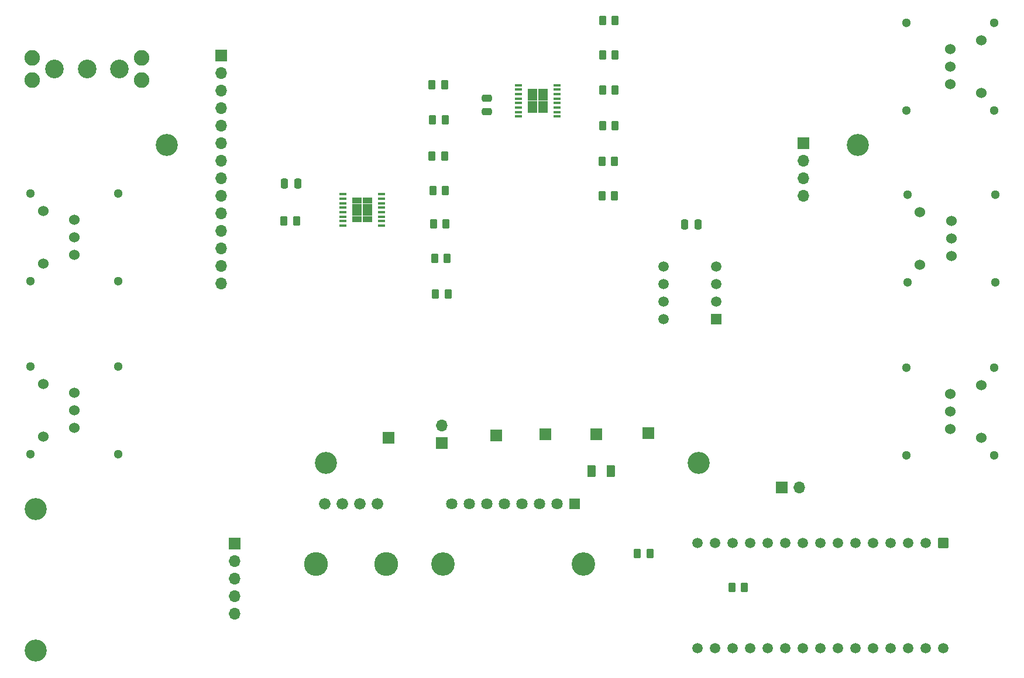
<source format=gts>
G04 #@! TF.GenerationSoftware,KiCad,Pcbnew,(6.0.7)*
G04 #@! TF.CreationDate,2022-11-29T22:22:54-08:00*
G04 #@! TF.ProjectId,UrbanSteering,55726261-6e53-4746-9565-72696e672e6b,rev?*
G04 #@! TF.SameCoordinates,Original*
G04 #@! TF.FileFunction,Soldermask,Top*
G04 #@! TF.FilePolarity,Negative*
%FSLAX46Y46*%
G04 Gerber Fmt 4.6, Leading zero omitted, Abs format (unit mm)*
G04 Created by KiCad (PCBNEW (6.0.7)) date 2022-11-29 22:22:54*
%MOMM*%
%LPD*%
G01*
G04 APERTURE LIST*
G04 Aperture macros list*
%AMRoundRect*
0 Rectangle with rounded corners*
0 $1 Rounding radius*
0 $2 $3 $4 $5 $6 $7 $8 $9 X,Y pos of 4 corners*
0 Add a 4 corners polygon primitive as box body*
4,1,4,$2,$3,$4,$5,$6,$7,$8,$9,$2,$3,0*
0 Add four circle primitives for the rounded corners*
1,1,$1+$1,$2,$3*
1,1,$1+$1,$4,$5*
1,1,$1+$1,$6,$7*
1,1,$1+$1,$8,$9*
0 Add four rect primitives between the rounded corners*
20,1,$1+$1,$2,$3,$4,$5,0*
20,1,$1+$1,$4,$5,$6,$7,0*
20,1,$1+$1,$6,$7,$8,$9,0*
20,1,$1+$1,$8,$9,$2,$3,0*%
G04 Aperture macros list end*
%ADD10R,1.700000X1.700000*%
%ADD11C,3.454400*%
%ADD12C,1.676400*%
%ADD13C,3.400000*%
%ADD14R,1.635000X1.635000*%
%ADD15C,1.635000*%
%ADD16RoundRect,0.250000X-0.375000X-0.625000X0.375000X-0.625000X0.375000X0.625000X-0.375000X0.625000X0*%
%ADD17C,1.511200*%
%ADD18RoundRect,0.101600X-0.654000X0.654000X-0.654000X-0.654000X0.654000X-0.654000X0.654000X0.654000X0*%
%ADD19C,1.300000*%
%ADD20C,1.524000*%
%ADD21C,1.498600*%
%ADD22R,1.498600X1.498600*%
%ADD23C,2.700000*%
%ADD24C,2.250000*%
%ADD25RoundRect,0.250000X0.262500X0.450000X-0.262500X0.450000X-0.262500X-0.450000X0.262500X-0.450000X0*%
%ADD26C,3.200000*%
%ADD27R,1.050000X0.450000*%
%ADD28R,1.470000X0.895000*%
%ADD29O,1.700000X1.700000*%
%ADD30RoundRect,0.250000X-0.262500X-0.450000X0.262500X-0.450000X0.262500X0.450000X-0.262500X0.450000X0*%
%ADD31RoundRect,0.250000X-0.250000X-0.475000X0.250000X-0.475000X0.250000X0.475000X-0.250000X0.475000X0*%
%ADD32RoundRect,0.250000X0.475000X-0.250000X0.475000X0.250000X-0.475000X0.250000X-0.475000X-0.250000X0*%
G04 APERTURE END LIST*
D10*
X191685979Y-115674740D03*
D11*
X143610000Y-134640001D03*
X153770000Y-134640001D03*
D12*
X152500000Y-126000000D03*
X149960000Y-126000000D03*
X147420000Y-126000000D03*
X144880000Y-126000000D03*
D13*
X161950000Y-134640000D03*
X182270000Y-134640000D03*
D14*
X181000000Y-126000000D03*
D15*
X178460000Y-126000000D03*
X175920000Y-126000000D03*
X173380000Y-126000000D03*
X170840000Y-126000000D03*
X168300000Y-126000000D03*
X165760000Y-126000000D03*
X163220000Y-126000000D03*
D16*
X183429179Y-121185940D03*
X186229179Y-121185940D03*
D17*
X234350000Y-146900000D03*
X231810000Y-146900000D03*
X229270000Y-146900000D03*
X226730000Y-146900000D03*
X224190000Y-146900000D03*
X221650000Y-146900000D03*
X219110000Y-146900000D03*
X216570000Y-146900000D03*
X214030000Y-146900000D03*
X211490000Y-146900000D03*
X208950000Y-146900000D03*
X206410000Y-146900000D03*
X203870000Y-146900000D03*
X201330000Y-146900000D03*
X198790000Y-146900000D03*
X198790000Y-131660000D03*
X201330000Y-131660000D03*
X203870000Y-131660000D03*
X206410000Y-131660000D03*
X208950000Y-131660000D03*
X211490000Y-131660000D03*
X214030000Y-131660000D03*
X216570000Y-131660000D03*
X219110000Y-131660000D03*
X221650000Y-131660000D03*
X224190000Y-131660000D03*
X226730000Y-131660000D03*
X229270000Y-131660000D03*
X231810000Y-131660000D03*
D18*
X234350000Y-131660000D03*
D19*
X229030000Y-106270000D03*
X241730000Y-118970000D03*
X241730000Y-106270000D03*
X229030000Y-118970000D03*
D20*
X239880000Y-108810000D03*
X239880000Y-116430000D03*
X235380000Y-110080000D03*
X235380000Y-115160000D03*
X235380000Y-112620000D03*
D19*
X114970000Y-81030000D03*
X102270000Y-81030000D03*
X114970000Y-93730000D03*
X102270000Y-93730000D03*
D20*
X104120000Y-91190000D03*
X104120000Y-83570000D03*
X108620000Y-89920000D03*
X108620000Y-84840000D03*
X108620000Y-87380000D03*
D19*
X229030000Y-68970000D03*
X241730000Y-68970000D03*
X241730000Y-56270000D03*
X229030000Y-56270000D03*
D20*
X239880000Y-58810000D03*
X239880000Y-66430000D03*
X235380000Y-60080000D03*
X235380000Y-65160000D03*
X235380000Y-62620000D03*
D19*
X102270000Y-118730000D03*
X102270000Y-106030000D03*
X114970000Y-118730000D03*
X114970000Y-106030000D03*
D20*
X104120000Y-116190000D03*
X104120000Y-108570000D03*
X108620000Y-114920000D03*
X108620000Y-109840000D03*
X108620000Y-112380000D03*
D19*
X241850000Y-81150000D03*
X241850000Y-93850000D03*
X229150000Y-93850000D03*
X229150000Y-81150000D03*
D20*
X231000000Y-91310000D03*
X231000000Y-83690000D03*
X235500000Y-90040000D03*
X235500000Y-84960000D03*
X235500000Y-87500000D03*
D21*
X193875979Y-99184740D03*
X193875979Y-96644740D03*
X193875979Y-94104740D03*
X193875979Y-91564740D03*
X201495979Y-91564740D03*
X201495979Y-94104740D03*
X201495979Y-96644740D03*
D22*
X201495979Y-99184740D03*
D23*
X110450000Y-63000000D03*
X105750000Y-63000000D03*
X115150000Y-63000000D03*
D24*
X102550000Y-61400000D03*
X102550000Y-64600000D03*
X118350000Y-64600000D03*
X118350000Y-61400000D03*
D25*
X162198479Y-75574740D03*
X160373479Y-75574740D03*
X186885979Y-60974740D03*
X185060979Y-60974740D03*
D26*
X103000000Y-126750000D03*
X103000000Y-147250000D03*
D25*
X162298479Y-70374740D03*
X160473479Y-70374740D03*
X190073479Y-133174740D03*
X191898479Y-133174740D03*
D27*
X178460979Y-69849740D03*
X178460979Y-69199740D03*
X178460979Y-68549740D03*
X178460979Y-67899740D03*
X178460979Y-67249740D03*
X178460979Y-66599740D03*
X178460979Y-65949740D03*
X178460979Y-65299740D03*
X172910979Y-65299740D03*
X172910979Y-65949740D03*
X172910979Y-66599740D03*
X172910979Y-67249740D03*
X172910979Y-67899740D03*
X172910979Y-68549740D03*
X172910979Y-69199740D03*
X172910979Y-69849740D03*
D28*
X176420979Y-66232240D03*
X176420979Y-68917240D03*
X176420979Y-68022240D03*
X174950979Y-67127240D03*
X174950979Y-68022240D03*
X174950979Y-66232240D03*
X174950979Y-68917240D03*
X176420979Y-67127240D03*
D27*
X153060979Y-85649740D03*
X153060979Y-84999740D03*
X153060979Y-84349740D03*
X153060979Y-83699740D03*
X153060979Y-83049740D03*
X153060979Y-82399740D03*
X153060979Y-81749740D03*
X153060979Y-81099740D03*
X147510979Y-81099740D03*
X147510979Y-81749740D03*
X147510979Y-82399740D03*
X147510979Y-83049740D03*
X147510979Y-83699740D03*
X147510979Y-84349740D03*
X147510979Y-84999740D03*
X147510979Y-85649740D03*
D28*
X149550979Y-82032240D03*
X151020979Y-84717240D03*
X149550979Y-83822240D03*
X151020979Y-82032240D03*
X149550979Y-82927240D03*
X151020979Y-83822240D03*
X149550979Y-84717240D03*
X151020979Y-82927240D03*
D10*
X131800000Y-131750000D03*
D29*
X131800000Y-134290000D03*
X131800000Y-136830000D03*
X131800000Y-139370000D03*
X131800000Y-141910000D03*
D25*
X186798479Y-81374740D03*
X184973479Y-81374740D03*
D10*
X161785979Y-117149740D03*
D29*
X161785979Y-114609740D03*
D25*
X162198479Y-65274740D03*
X160373479Y-65274740D03*
X162310979Y-80574740D03*
X160485979Y-80574740D03*
D30*
X185060979Y-71174740D03*
X186885979Y-71174740D03*
D10*
X169685979Y-116074740D03*
D26*
X122000000Y-74000000D03*
D10*
X214150000Y-73700000D03*
D29*
X214150000Y-76240000D03*
X214150000Y-78780000D03*
X214150000Y-81320000D03*
D25*
X203773479Y-138074740D03*
X205598479Y-138074740D03*
D31*
X139051179Y-79580740D03*
X140951179Y-79580740D03*
D26*
X145000000Y-120000000D03*
D30*
X185060979Y-65974740D03*
X186885979Y-65974740D03*
D10*
X184185979Y-115874740D03*
X211010979Y-123574740D03*
D29*
X213550979Y-123574740D03*
D30*
X138960979Y-84974740D03*
X140785979Y-84974740D03*
D25*
X162598479Y-90374740D03*
X160773479Y-90374740D03*
X186798479Y-76374740D03*
X184973479Y-76374740D03*
X162685979Y-95574740D03*
X160860979Y-95574740D03*
D30*
X185060979Y-55974740D03*
X186885979Y-55974740D03*
D31*
X196963179Y-85524340D03*
X198863179Y-85524340D03*
D26*
X222000000Y-74000000D03*
D10*
X129850000Y-61000000D03*
D29*
X129850000Y-63540000D03*
X129850000Y-66080000D03*
X129850000Y-68620000D03*
X129850000Y-71160000D03*
X129850000Y-73700000D03*
X129850000Y-76240000D03*
X129850000Y-78780000D03*
X129850000Y-81320000D03*
X129850000Y-83860000D03*
X129850000Y-86400000D03*
X129850000Y-88940000D03*
X129850000Y-91480000D03*
X129850000Y-94020000D03*
D26*
X199000000Y-120000000D03*
D32*
X168285979Y-69124740D03*
X168285979Y-67224740D03*
D25*
X162398479Y-85374740D03*
X160573479Y-85374740D03*
D10*
X154085979Y-116374740D03*
X176785979Y-115874740D03*
M02*

</source>
